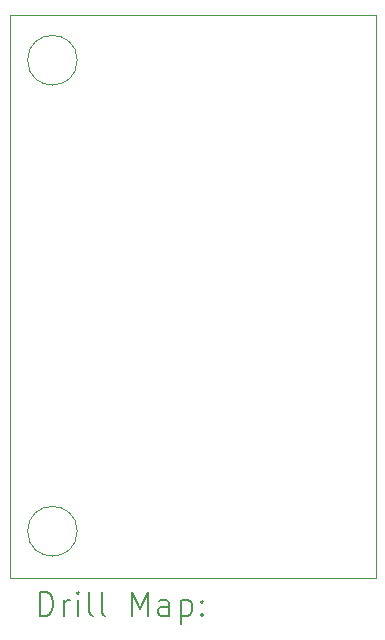
<source format=gbr>
%TF.GenerationSoftware,KiCad,Pcbnew,7.0.8*%
%TF.CreationDate,2024-02-25T14:43:22-05:00*%
%TF.ProjectId,scart breakout,73636172-7420-4627-9265-616b6f75742e,rev?*%
%TF.SameCoordinates,Original*%
%TF.FileFunction,Drillmap*%
%TF.FilePolarity,Positive*%
%FSLAX45Y45*%
G04 Gerber Fmt 4.5, Leading zero omitted, Abs format (unit mm)*
G04 Created by KiCad (PCBNEW 7.0.8) date 2024-02-25 14:43:22*
%MOMM*%
%LPD*%
G01*
G04 APERTURE LIST*
%ADD10C,0.100000*%
%ADD11C,0.200000*%
G04 APERTURE END LIST*
D10*
X2560000Y-1600000D02*
G75*
G03*
X2560000Y-1600000I-210000J0D01*
G01*
X2560000Y-5588000D02*
G75*
G03*
X2560000Y-5588000I-210000J0D01*
G01*
X1989020Y-1220840D02*
X5086560Y-1220840D01*
X5086560Y-5986400D01*
X1989020Y-5986400D01*
X1989020Y-1220840D01*
D11*
X2244797Y-6302884D02*
X2244797Y-6102884D01*
X2244797Y-6102884D02*
X2292416Y-6102884D01*
X2292416Y-6102884D02*
X2320987Y-6112408D01*
X2320987Y-6112408D02*
X2340035Y-6131455D01*
X2340035Y-6131455D02*
X2349559Y-6150503D01*
X2349559Y-6150503D02*
X2359083Y-6188598D01*
X2359083Y-6188598D02*
X2359083Y-6217169D01*
X2359083Y-6217169D02*
X2349559Y-6255265D01*
X2349559Y-6255265D02*
X2340035Y-6274312D01*
X2340035Y-6274312D02*
X2320987Y-6293360D01*
X2320987Y-6293360D02*
X2292416Y-6302884D01*
X2292416Y-6302884D02*
X2244797Y-6302884D01*
X2444797Y-6302884D02*
X2444797Y-6169550D01*
X2444797Y-6207646D02*
X2454321Y-6188598D01*
X2454321Y-6188598D02*
X2463844Y-6179074D01*
X2463844Y-6179074D02*
X2482892Y-6169550D01*
X2482892Y-6169550D02*
X2501940Y-6169550D01*
X2568606Y-6302884D02*
X2568606Y-6169550D01*
X2568606Y-6102884D02*
X2559083Y-6112408D01*
X2559083Y-6112408D02*
X2568606Y-6121931D01*
X2568606Y-6121931D02*
X2578130Y-6112408D01*
X2578130Y-6112408D02*
X2568606Y-6102884D01*
X2568606Y-6102884D02*
X2568606Y-6121931D01*
X2692416Y-6302884D02*
X2673368Y-6293360D01*
X2673368Y-6293360D02*
X2663844Y-6274312D01*
X2663844Y-6274312D02*
X2663844Y-6102884D01*
X2797178Y-6302884D02*
X2778130Y-6293360D01*
X2778130Y-6293360D02*
X2768606Y-6274312D01*
X2768606Y-6274312D02*
X2768606Y-6102884D01*
X3025749Y-6302884D02*
X3025749Y-6102884D01*
X3025749Y-6102884D02*
X3092416Y-6245741D01*
X3092416Y-6245741D02*
X3159082Y-6102884D01*
X3159082Y-6102884D02*
X3159082Y-6302884D01*
X3340035Y-6302884D02*
X3340035Y-6198122D01*
X3340035Y-6198122D02*
X3330511Y-6179074D01*
X3330511Y-6179074D02*
X3311463Y-6169550D01*
X3311463Y-6169550D02*
X3273368Y-6169550D01*
X3273368Y-6169550D02*
X3254321Y-6179074D01*
X3340035Y-6293360D02*
X3320987Y-6302884D01*
X3320987Y-6302884D02*
X3273368Y-6302884D01*
X3273368Y-6302884D02*
X3254321Y-6293360D01*
X3254321Y-6293360D02*
X3244797Y-6274312D01*
X3244797Y-6274312D02*
X3244797Y-6255265D01*
X3244797Y-6255265D02*
X3254321Y-6236217D01*
X3254321Y-6236217D02*
X3273368Y-6226693D01*
X3273368Y-6226693D02*
X3320987Y-6226693D01*
X3320987Y-6226693D02*
X3340035Y-6217169D01*
X3435273Y-6169550D02*
X3435273Y-6369550D01*
X3435273Y-6179074D02*
X3454321Y-6169550D01*
X3454321Y-6169550D02*
X3492416Y-6169550D01*
X3492416Y-6169550D02*
X3511463Y-6179074D01*
X3511463Y-6179074D02*
X3520987Y-6188598D01*
X3520987Y-6188598D02*
X3530511Y-6207646D01*
X3530511Y-6207646D02*
X3530511Y-6264788D01*
X3530511Y-6264788D02*
X3520987Y-6283836D01*
X3520987Y-6283836D02*
X3511463Y-6293360D01*
X3511463Y-6293360D02*
X3492416Y-6302884D01*
X3492416Y-6302884D02*
X3454321Y-6302884D01*
X3454321Y-6302884D02*
X3435273Y-6293360D01*
X3616225Y-6283836D02*
X3625749Y-6293360D01*
X3625749Y-6293360D02*
X3616225Y-6302884D01*
X3616225Y-6302884D02*
X3606702Y-6293360D01*
X3606702Y-6293360D02*
X3616225Y-6283836D01*
X3616225Y-6283836D02*
X3616225Y-6302884D01*
X3616225Y-6179074D02*
X3625749Y-6188598D01*
X3625749Y-6188598D02*
X3616225Y-6198122D01*
X3616225Y-6198122D02*
X3606702Y-6188598D01*
X3606702Y-6188598D02*
X3616225Y-6179074D01*
X3616225Y-6179074D02*
X3616225Y-6198122D01*
M02*

</source>
